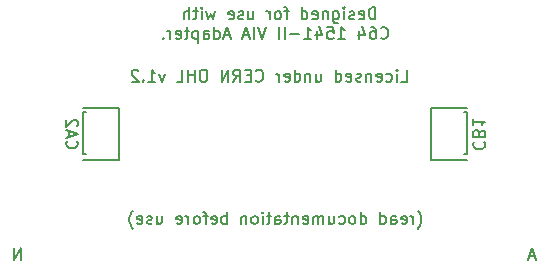
<source format=gbo>
%TF.GenerationSoftware,KiCad,Pcbnew,(5.1.8)-1*%
%TF.CreationDate,2021-04-08T16:26:30+02:00*%
%TF.ProjectId,C64 SpeedDOS Adapter,43363420-5370-4656-9564-444f53204164,rev?*%
%TF.SameCoordinates,Original*%
%TF.FileFunction,Legend,Bot*%
%TF.FilePolarity,Positive*%
%FSLAX46Y46*%
G04 Gerber Fmt 4.6, Leading zero omitted, Abs format (unit mm)*
G04 Created by KiCad (PCBNEW (5.1.8)-1) date 2021-04-08 16:26:30*
%MOMM*%
%LPD*%
G01*
G04 APERTURE LIST*
%ADD10C,0.150000*%
G04 APERTURE END LIST*
D10*
X163709428Y-99258333D02*
X163757047Y-99210714D01*
X163852285Y-99067857D01*
X163899904Y-98972619D01*
X163947523Y-98829761D01*
X163995142Y-98591666D01*
X163995142Y-98401190D01*
X163947523Y-98163095D01*
X163899904Y-98020238D01*
X163852285Y-97925000D01*
X163757047Y-97782142D01*
X163709428Y-97734523D01*
X163328476Y-98877380D02*
X163328476Y-98210714D01*
X163328476Y-98401190D02*
X163280857Y-98305952D01*
X163233238Y-98258333D01*
X163138000Y-98210714D01*
X163042761Y-98210714D01*
X162328476Y-98829761D02*
X162423714Y-98877380D01*
X162614190Y-98877380D01*
X162709428Y-98829761D01*
X162757047Y-98734523D01*
X162757047Y-98353571D01*
X162709428Y-98258333D01*
X162614190Y-98210714D01*
X162423714Y-98210714D01*
X162328476Y-98258333D01*
X162280857Y-98353571D01*
X162280857Y-98448809D01*
X162757047Y-98544047D01*
X161423714Y-98877380D02*
X161423714Y-98353571D01*
X161471333Y-98258333D01*
X161566571Y-98210714D01*
X161757047Y-98210714D01*
X161852285Y-98258333D01*
X161423714Y-98829761D02*
X161518952Y-98877380D01*
X161757047Y-98877380D01*
X161852285Y-98829761D01*
X161899904Y-98734523D01*
X161899904Y-98639285D01*
X161852285Y-98544047D01*
X161757047Y-98496428D01*
X161518952Y-98496428D01*
X161423714Y-98448809D01*
X160518952Y-98877380D02*
X160518952Y-97877380D01*
X160518952Y-98829761D02*
X160614190Y-98877380D01*
X160804666Y-98877380D01*
X160899904Y-98829761D01*
X160947523Y-98782142D01*
X160995142Y-98686904D01*
X160995142Y-98401190D01*
X160947523Y-98305952D01*
X160899904Y-98258333D01*
X160804666Y-98210714D01*
X160614190Y-98210714D01*
X160518952Y-98258333D01*
X158852285Y-98877380D02*
X158852285Y-97877380D01*
X158852285Y-98829761D02*
X158947523Y-98877380D01*
X159138000Y-98877380D01*
X159233238Y-98829761D01*
X159280857Y-98782142D01*
X159328476Y-98686904D01*
X159328476Y-98401190D01*
X159280857Y-98305952D01*
X159233238Y-98258333D01*
X159138000Y-98210714D01*
X158947523Y-98210714D01*
X158852285Y-98258333D01*
X158233238Y-98877380D02*
X158328476Y-98829761D01*
X158376095Y-98782142D01*
X158423714Y-98686904D01*
X158423714Y-98401190D01*
X158376095Y-98305952D01*
X158328476Y-98258333D01*
X158233238Y-98210714D01*
X158090380Y-98210714D01*
X157995142Y-98258333D01*
X157947523Y-98305952D01*
X157899904Y-98401190D01*
X157899904Y-98686904D01*
X157947523Y-98782142D01*
X157995142Y-98829761D01*
X158090380Y-98877380D01*
X158233238Y-98877380D01*
X157042761Y-98829761D02*
X157138000Y-98877380D01*
X157328476Y-98877380D01*
X157423714Y-98829761D01*
X157471333Y-98782142D01*
X157518952Y-98686904D01*
X157518952Y-98401190D01*
X157471333Y-98305952D01*
X157423714Y-98258333D01*
X157328476Y-98210714D01*
X157138000Y-98210714D01*
X157042761Y-98258333D01*
X156185619Y-98210714D02*
X156185619Y-98877380D01*
X156614190Y-98210714D02*
X156614190Y-98734523D01*
X156566571Y-98829761D01*
X156471333Y-98877380D01*
X156328476Y-98877380D01*
X156233238Y-98829761D01*
X156185619Y-98782142D01*
X155709428Y-98877380D02*
X155709428Y-98210714D01*
X155709428Y-98305952D02*
X155661809Y-98258333D01*
X155566571Y-98210714D01*
X155423714Y-98210714D01*
X155328476Y-98258333D01*
X155280857Y-98353571D01*
X155280857Y-98877380D01*
X155280857Y-98353571D02*
X155233238Y-98258333D01*
X155138000Y-98210714D01*
X154995142Y-98210714D01*
X154899904Y-98258333D01*
X154852285Y-98353571D01*
X154852285Y-98877380D01*
X153995142Y-98829761D02*
X154090380Y-98877380D01*
X154280857Y-98877380D01*
X154376095Y-98829761D01*
X154423714Y-98734523D01*
X154423714Y-98353571D01*
X154376095Y-98258333D01*
X154280857Y-98210714D01*
X154090380Y-98210714D01*
X153995142Y-98258333D01*
X153947523Y-98353571D01*
X153947523Y-98448809D01*
X154423714Y-98544047D01*
X153518952Y-98210714D02*
X153518952Y-98877380D01*
X153518952Y-98305952D02*
X153471333Y-98258333D01*
X153376095Y-98210714D01*
X153233238Y-98210714D01*
X153138000Y-98258333D01*
X153090380Y-98353571D01*
X153090380Y-98877380D01*
X152757047Y-98210714D02*
X152376095Y-98210714D01*
X152614190Y-97877380D02*
X152614190Y-98734523D01*
X152566571Y-98829761D01*
X152471333Y-98877380D01*
X152376095Y-98877380D01*
X151614190Y-98877380D02*
X151614190Y-98353571D01*
X151661809Y-98258333D01*
X151757047Y-98210714D01*
X151947523Y-98210714D01*
X152042761Y-98258333D01*
X151614190Y-98829761D02*
X151709428Y-98877380D01*
X151947523Y-98877380D01*
X152042761Y-98829761D01*
X152090380Y-98734523D01*
X152090380Y-98639285D01*
X152042761Y-98544047D01*
X151947523Y-98496428D01*
X151709428Y-98496428D01*
X151614190Y-98448809D01*
X151280857Y-98210714D02*
X150899904Y-98210714D01*
X151138000Y-97877380D02*
X151138000Y-98734523D01*
X151090380Y-98829761D01*
X150995142Y-98877380D01*
X150899904Y-98877380D01*
X150566571Y-98877380D02*
X150566571Y-98210714D01*
X150566571Y-97877380D02*
X150614190Y-97925000D01*
X150566571Y-97972619D01*
X150518952Y-97925000D01*
X150566571Y-97877380D01*
X150566571Y-97972619D01*
X149947523Y-98877380D02*
X150042761Y-98829761D01*
X150090380Y-98782142D01*
X150138000Y-98686904D01*
X150138000Y-98401190D01*
X150090380Y-98305952D01*
X150042761Y-98258333D01*
X149947523Y-98210714D01*
X149804666Y-98210714D01*
X149709428Y-98258333D01*
X149661809Y-98305952D01*
X149614190Y-98401190D01*
X149614190Y-98686904D01*
X149661809Y-98782142D01*
X149709428Y-98829761D01*
X149804666Y-98877380D01*
X149947523Y-98877380D01*
X149185619Y-98210714D02*
X149185619Y-98877380D01*
X149185619Y-98305952D02*
X149138000Y-98258333D01*
X149042761Y-98210714D01*
X148899904Y-98210714D01*
X148804666Y-98258333D01*
X148757047Y-98353571D01*
X148757047Y-98877380D01*
X147518952Y-98877380D02*
X147518952Y-97877380D01*
X147518952Y-98258333D02*
X147423714Y-98210714D01*
X147233238Y-98210714D01*
X147138000Y-98258333D01*
X147090380Y-98305952D01*
X147042761Y-98401190D01*
X147042761Y-98686904D01*
X147090380Y-98782142D01*
X147138000Y-98829761D01*
X147233238Y-98877380D01*
X147423714Y-98877380D01*
X147518952Y-98829761D01*
X146233238Y-98829761D02*
X146328476Y-98877380D01*
X146518952Y-98877380D01*
X146614190Y-98829761D01*
X146661809Y-98734523D01*
X146661809Y-98353571D01*
X146614190Y-98258333D01*
X146518952Y-98210714D01*
X146328476Y-98210714D01*
X146233238Y-98258333D01*
X146185619Y-98353571D01*
X146185619Y-98448809D01*
X146661809Y-98544047D01*
X145899904Y-98210714D02*
X145518952Y-98210714D01*
X145757047Y-98877380D02*
X145757047Y-98020238D01*
X145709428Y-97925000D01*
X145614190Y-97877380D01*
X145518952Y-97877380D01*
X145042761Y-98877380D02*
X145138000Y-98829761D01*
X145185619Y-98782142D01*
X145233238Y-98686904D01*
X145233238Y-98401190D01*
X145185619Y-98305952D01*
X145138000Y-98258333D01*
X145042761Y-98210714D01*
X144899904Y-98210714D01*
X144804666Y-98258333D01*
X144757047Y-98305952D01*
X144709428Y-98401190D01*
X144709428Y-98686904D01*
X144757047Y-98782142D01*
X144804666Y-98829761D01*
X144899904Y-98877380D01*
X145042761Y-98877380D01*
X144280857Y-98877380D02*
X144280857Y-98210714D01*
X144280857Y-98401190D02*
X144233238Y-98305952D01*
X144185619Y-98258333D01*
X144090380Y-98210714D01*
X143995142Y-98210714D01*
X143280857Y-98829761D02*
X143376095Y-98877380D01*
X143566571Y-98877380D01*
X143661809Y-98829761D01*
X143709428Y-98734523D01*
X143709428Y-98353571D01*
X143661809Y-98258333D01*
X143566571Y-98210714D01*
X143376095Y-98210714D01*
X143280857Y-98258333D01*
X143233238Y-98353571D01*
X143233238Y-98448809D01*
X143709428Y-98544047D01*
X141614190Y-98210714D02*
X141614190Y-98877380D01*
X142042761Y-98210714D02*
X142042761Y-98734523D01*
X141995142Y-98829761D01*
X141899904Y-98877380D01*
X141757047Y-98877380D01*
X141661809Y-98829761D01*
X141614190Y-98782142D01*
X141185619Y-98829761D02*
X141090380Y-98877380D01*
X140899904Y-98877380D01*
X140804666Y-98829761D01*
X140757047Y-98734523D01*
X140757047Y-98686904D01*
X140804666Y-98591666D01*
X140899904Y-98544047D01*
X141042761Y-98544047D01*
X141138000Y-98496428D01*
X141185619Y-98401190D01*
X141185619Y-98353571D01*
X141138000Y-98258333D01*
X141042761Y-98210714D01*
X140899904Y-98210714D01*
X140804666Y-98258333D01*
X139947523Y-98829761D02*
X140042761Y-98877380D01*
X140233238Y-98877380D01*
X140328476Y-98829761D01*
X140376095Y-98734523D01*
X140376095Y-98353571D01*
X140328476Y-98258333D01*
X140233238Y-98210714D01*
X140042761Y-98210714D01*
X139947523Y-98258333D01*
X139899904Y-98353571D01*
X139899904Y-98448809D01*
X140376095Y-98544047D01*
X139566571Y-99258333D02*
X139518952Y-99210714D01*
X139423714Y-99067857D01*
X139376095Y-98972619D01*
X139328476Y-98829761D01*
X139280857Y-98591666D01*
X139280857Y-98401190D01*
X139328476Y-98163095D01*
X139376095Y-98020238D01*
X139423714Y-97925000D01*
X139518952Y-97782142D01*
X139566571Y-97734523D01*
X162272857Y-86812380D02*
X162749047Y-86812380D01*
X162749047Y-85812380D01*
X161939523Y-86812380D02*
X161939523Y-86145714D01*
X161939523Y-85812380D02*
X161987142Y-85860000D01*
X161939523Y-85907619D01*
X161891904Y-85860000D01*
X161939523Y-85812380D01*
X161939523Y-85907619D01*
X161034761Y-86764761D02*
X161130000Y-86812380D01*
X161320476Y-86812380D01*
X161415714Y-86764761D01*
X161463333Y-86717142D01*
X161510952Y-86621904D01*
X161510952Y-86336190D01*
X161463333Y-86240952D01*
X161415714Y-86193333D01*
X161320476Y-86145714D01*
X161130000Y-86145714D01*
X161034761Y-86193333D01*
X160225238Y-86764761D02*
X160320476Y-86812380D01*
X160510952Y-86812380D01*
X160606190Y-86764761D01*
X160653809Y-86669523D01*
X160653809Y-86288571D01*
X160606190Y-86193333D01*
X160510952Y-86145714D01*
X160320476Y-86145714D01*
X160225238Y-86193333D01*
X160177619Y-86288571D01*
X160177619Y-86383809D01*
X160653809Y-86479047D01*
X159749047Y-86145714D02*
X159749047Y-86812380D01*
X159749047Y-86240952D02*
X159701428Y-86193333D01*
X159606190Y-86145714D01*
X159463333Y-86145714D01*
X159368095Y-86193333D01*
X159320476Y-86288571D01*
X159320476Y-86812380D01*
X158891904Y-86764761D02*
X158796666Y-86812380D01*
X158606190Y-86812380D01*
X158510952Y-86764761D01*
X158463333Y-86669523D01*
X158463333Y-86621904D01*
X158510952Y-86526666D01*
X158606190Y-86479047D01*
X158749047Y-86479047D01*
X158844285Y-86431428D01*
X158891904Y-86336190D01*
X158891904Y-86288571D01*
X158844285Y-86193333D01*
X158749047Y-86145714D01*
X158606190Y-86145714D01*
X158510952Y-86193333D01*
X157653809Y-86764761D02*
X157749047Y-86812380D01*
X157939523Y-86812380D01*
X158034761Y-86764761D01*
X158082380Y-86669523D01*
X158082380Y-86288571D01*
X158034761Y-86193333D01*
X157939523Y-86145714D01*
X157749047Y-86145714D01*
X157653809Y-86193333D01*
X157606190Y-86288571D01*
X157606190Y-86383809D01*
X158082380Y-86479047D01*
X156749047Y-86812380D02*
X156749047Y-85812380D01*
X156749047Y-86764761D02*
X156844285Y-86812380D01*
X157034761Y-86812380D01*
X157130000Y-86764761D01*
X157177619Y-86717142D01*
X157225238Y-86621904D01*
X157225238Y-86336190D01*
X157177619Y-86240952D01*
X157130000Y-86193333D01*
X157034761Y-86145714D01*
X156844285Y-86145714D01*
X156749047Y-86193333D01*
X155082380Y-86145714D02*
X155082380Y-86812380D01*
X155510952Y-86145714D02*
X155510952Y-86669523D01*
X155463333Y-86764761D01*
X155368095Y-86812380D01*
X155225238Y-86812380D01*
X155130000Y-86764761D01*
X155082380Y-86717142D01*
X154606190Y-86145714D02*
X154606190Y-86812380D01*
X154606190Y-86240952D02*
X154558571Y-86193333D01*
X154463333Y-86145714D01*
X154320476Y-86145714D01*
X154225238Y-86193333D01*
X154177619Y-86288571D01*
X154177619Y-86812380D01*
X153272857Y-86812380D02*
X153272857Y-85812380D01*
X153272857Y-86764761D02*
X153368095Y-86812380D01*
X153558571Y-86812380D01*
X153653809Y-86764761D01*
X153701428Y-86717142D01*
X153749047Y-86621904D01*
X153749047Y-86336190D01*
X153701428Y-86240952D01*
X153653809Y-86193333D01*
X153558571Y-86145714D01*
X153368095Y-86145714D01*
X153272857Y-86193333D01*
X152415714Y-86764761D02*
X152510952Y-86812380D01*
X152701428Y-86812380D01*
X152796666Y-86764761D01*
X152844285Y-86669523D01*
X152844285Y-86288571D01*
X152796666Y-86193333D01*
X152701428Y-86145714D01*
X152510952Y-86145714D01*
X152415714Y-86193333D01*
X152368095Y-86288571D01*
X152368095Y-86383809D01*
X152844285Y-86479047D01*
X151939523Y-86812380D02*
X151939523Y-86145714D01*
X151939523Y-86336190D02*
X151891904Y-86240952D01*
X151844285Y-86193333D01*
X151749047Y-86145714D01*
X151653809Y-86145714D01*
X149987142Y-86717142D02*
X150034761Y-86764761D01*
X150177619Y-86812380D01*
X150272857Y-86812380D01*
X150415714Y-86764761D01*
X150510952Y-86669523D01*
X150558571Y-86574285D01*
X150606190Y-86383809D01*
X150606190Y-86240952D01*
X150558571Y-86050476D01*
X150510952Y-85955238D01*
X150415714Y-85860000D01*
X150272857Y-85812380D01*
X150177619Y-85812380D01*
X150034761Y-85860000D01*
X149987142Y-85907619D01*
X149558571Y-86288571D02*
X149225238Y-86288571D01*
X149082380Y-86812380D02*
X149558571Y-86812380D01*
X149558571Y-85812380D01*
X149082380Y-85812380D01*
X148082380Y-86812380D02*
X148415714Y-86336190D01*
X148653809Y-86812380D02*
X148653809Y-85812380D01*
X148272857Y-85812380D01*
X148177619Y-85860000D01*
X148130000Y-85907619D01*
X148082380Y-86002857D01*
X148082380Y-86145714D01*
X148130000Y-86240952D01*
X148177619Y-86288571D01*
X148272857Y-86336190D01*
X148653809Y-86336190D01*
X147653809Y-86812380D02*
X147653809Y-85812380D01*
X147082380Y-86812380D01*
X147082380Y-85812380D01*
X145653809Y-85812380D02*
X145463333Y-85812380D01*
X145368095Y-85860000D01*
X145272857Y-85955238D01*
X145225238Y-86145714D01*
X145225238Y-86479047D01*
X145272857Y-86669523D01*
X145368095Y-86764761D01*
X145463333Y-86812380D01*
X145653809Y-86812380D01*
X145749047Y-86764761D01*
X145844285Y-86669523D01*
X145891904Y-86479047D01*
X145891904Y-86145714D01*
X145844285Y-85955238D01*
X145749047Y-85860000D01*
X145653809Y-85812380D01*
X144796666Y-86812380D02*
X144796666Y-85812380D01*
X144796666Y-86288571D02*
X144225238Y-86288571D01*
X144225238Y-86812380D02*
X144225238Y-85812380D01*
X143272857Y-86812380D02*
X143749047Y-86812380D01*
X143749047Y-85812380D01*
X142272857Y-86145714D02*
X142034761Y-86812380D01*
X141796666Y-86145714D01*
X140891904Y-86812380D02*
X141463333Y-86812380D01*
X141177619Y-86812380D02*
X141177619Y-85812380D01*
X141272857Y-85955238D01*
X141368095Y-86050476D01*
X141463333Y-86098095D01*
X140463333Y-86717142D02*
X140415714Y-86764761D01*
X140463333Y-86812380D01*
X140510952Y-86764761D01*
X140463333Y-86717142D01*
X140463333Y-86812380D01*
X140034761Y-85907619D02*
X139987142Y-85860000D01*
X139891904Y-85812380D01*
X139653809Y-85812380D01*
X139558571Y-85860000D01*
X139510952Y-85907619D01*
X139463333Y-86002857D01*
X139463333Y-86098095D01*
X139510952Y-86240952D01*
X140082380Y-86812380D01*
X139463333Y-86812380D01*
X160114190Y-81542380D02*
X160114190Y-80542380D01*
X159876095Y-80542380D01*
X159733238Y-80590000D01*
X159638000Y-80685238D01*
X159590380Y-80780476D01*
X159542761Y-80970952D01*
X159542761Y-81113809D01*
X159590380Y-81304285D01*
X159638000Y-81399523D01*
X159733238Y-81494761D01*
X159876095Y-81542380D01*
X160114190Y-81542380D01*
X158733238Y-81494761D02*
X158828476Y-81542380D01*
X159018952Y-81542380D01*
X159114190Y-81494761D01*
X159161809Y-81399523D01*
X159161809Y-81018571D01*
X159114190Y-80923333D01*
X159018952Y-80875714D01*
X158828476Y-80875714D01*
X158733238Y-80923333D01*
X158685619Y-81018571D01*
X158685619Y-81113809D01*
X159161809Y-81209047D01*
X158304666Y-81494761D02*
X158209428Y-81542380D01*
X158018952Y-81542380D01*
X157923714Y-81494761D01*
X157876095Y-81399523D01*
X157876095Y-81351904D01*
X157923714Y-81256666D01*
X158018952Y-81209047D01*
X158161809Y-81209047D01*
X158257047Y-81161428D01*
X158304666Y-81066190D01*
X158304666Y-81018571D01*
X158257047Y-80923333D01*
X158161809Y-80875714D01*
X158018952Y-80875714D01*
X157923714Y-80923333D01*
X157447523Y-81542380D02*
X157447523Y-80875714D01*
X157447523Y-80542380D02*
X157495142Y-80590000D01*
X157447523Y-80637619D01*
X157399904Y-80590000D01*
X157447523Y-80542380D01*
X157447523Y-80637619D01*
X156542761Y-80875714D02*
X156542761Y-81685238D01*
X156590380Y-81780476D01*
X156638000Y-81828095D01*
X156733238Y-81875714D01*
X156876095Y-81875714D01*
X156971333Y-81828095D01*
X156542761Y-81494761D02*
X156638000Y-81542380D01*
X156828476Y-81542380D01*
X156923714Y-81494761D01*
X156971333Y-81447142D01*
X157018952Y-81351904D01*
X157018952Y-81066190D01*
X156971333Y-80970952D01*
X156923714Y-80923333D01*
X156828476Y-80875714D01*
X156638000Y-80875714D01*
X156542761Y-80923333D01*
X156066571Y-80875714D02*
X156066571Y-81542380D01*
X156066571Y-80970952D02*
X156018952Y-80923333D01*
X155923714Y-80875714D01*
X155780857Y-80875714D01*
X155685619Y-80923333D01*
X155638000Y-81018571D01*
X155638000Y-81542380D01*
X154780857Y-81494761D02*
X154876095Y-81542380D01*
X155066571Y-81542380D01*
X155161809Y-81494761D01*
X155209428Y-81399523D01*
X155209428Y-81018571D01*
X155161809Y-80923333D01*
X155066571Y-80875714D01*
X154876095Y-80875714D01*
X154780857Y-80923333D01*
X154733238Y-81018571D01*
X154733238Y-81113809D01*
X155209428Y-81209047D01*
X153876095Y-81542380D02*
X153876095Y-80542380D01*
X153876095Y-81494761D02*
X153971333Y-81542380D01*
X154161809Y-81542380D01*
X154257047Y-81494761D01*
X154304666Y-81447142D01*
X154352285Y-81351904D01*
X154352285Y-81066190D01*
X154304666Y-80970952D01*
X154257047Y-80923333D01*
X154161809Y-80875714D01*
X153971333Y-80875714D01*
X153876095Y-80923333D01*
X152780857Y-80875714D02*
X152399904Y-80875714D01*
X152638000Y-81542380D02*
X152638000Y-80685238D01*
X152590380Y-80590000D01*
X152495142Y-80542380D01*
X152399904Y-80542380D01*
X151923714Y-81542380D02*
X152018952Y-81494761D01*
X152066571Y-81447142D01*
X152114190Y-81351904D01*
X152114190Y-81066190D01*
X152066571Y-80970952D01*
X152018952Y-80923333D01*
X151923714Y-80875714D01*
X151780857Y-80875714D01*
X151685619Y-80923333D01*
X151638000Y-80970952D01*
X151590380Y-81066190D01*
X151590380Y-81351904D01*
X151638000Y-81447142D01*
X151685619Y-81494761D01*
X151780857Y-81542380D01*
X151923714Y-81542380D01*
X151161809Y-81542380D02*
X151161809Y-80875714D01*
X151161809Y-81066190D02*
X151114190Y-80970952D01*
X151066571Y-80923333D01*
X150971333Y-80875714D01*
X150876095Y-80875714D01*
X149352285Y-80875714D02*
X149352285Y-81542380D01*
X149780857Y-80875714D02*
X149780857Y-81399523D01*
X149733238Y-81494761D01*
X149638000Y-81542380D01*
X149495142Y-81542380D01*
X149399904Y-81494761D01*
X149352285Y-81447142D01*
X148923714Y-81494761D02*
X148828476Y-81542380D01*
X148638000Y-81542380D01*
X148542761Y-81494761D01*
X148495142Y-81399523D01*
X148495142Y-81351904D01*
X148542761Y-81256666D01*
X148638000Y-81209047D01*
X148780857Y-81209047D01*
X148876095Y-81161428D01*
X148923714Y-81066190D01*
X148923714Y-81018571D01*
X148876095Y-80923333D01*
X148780857Y-80875714D01*
X148638000Y-80875714D01*
X148542761Y-80923333D01*
X147685619Y-81494761D02*
X147780857Y-81542380D01*
X147971333Y-81542380D01*
X148066571Y-81494761D01*
X148114190Y-81399523D01*
X148114190Y-81018571D01*
X148066571Y-80923333D01*
X147971333Y-80875714D01*
X147780857Y-80875714D01*
X147685619Y-80923333D01*
X147638000Y-81018571D01*
X147638000Y-81113809D01*
X148114190Y-81209047D01*
X146542761Y-80875714D02*
X146352285Y-81542380D01*
X146161809Y-81066190D01*
X145971333Y-81542380D01*
X145780857Y-80875714D01*
X145399904Y-81542380D02*
X145399904Y-80875714D01*
X145399904Y-80542380D02*
X145447523Y-80590000D01*
X145399904Y-80637619D01*
X145352285Y-80590000D01*
X145399904Y-80542380D01*
X145399904Y-80637619D01*
X145066571Y-80875714D02*
X144685619Y-80875714D01*
X144923714Y-80542380D02*
X144923714Y-81399523D01*
X144876095Y-81494761D01*
X144780857Y-81542380D01*
X144685619Y-81542380D01*
X144352285Y-81542380D02*
X144352285Y-80542380D01*
X143923714Y-81542380D02*
X143923714Y-81018571D01*
X143971333Y-80923333D01*
X144066571Y-80875714D01*
X144209428Y-80875714D01*
X144304666Y-80923333D01*
X144352285Y-80970952D01*
X160566571Y-83097142D02*
X160614190Y-83144761D01*
X160757047Y-83192380D01*
X160852285Y-83192380D01*
X160995142Y-83144761D01*
X161090380Y-83049523D01*
X161138000Y-82954285D01*
X161185619Y-82763809D01*
X161185619Y-82620952D01*
X161138000Y-82430476D01*
X161090380Y-82335238D01*
X160995142Y-82240000D01*
X160852285Y-82192380D01*
X160757047Y-82192380D01*
X160614190Y-82240000D01*
X160566571Y-82287619D01*
X159709428Y-82192380D02*
X159899904Y-82192380D01*
X159995142Y-82240000D01*
X160042761Y-82287619D01*
X160138000Y-82430476D01*
X160185619Y-82620952D01*
X160185619Y-83001904D01*
X160138000Y-83097142D01*
X160090380Y-83144761D01*
X159995142Y-83192380D01*
X159804666Y-83192380D01*
X159709428Y-83144761D01*
X159661809Y-83097142D01*
X159614190Y-83001904D01*
X159614190Y-82763809D01*
X159661809Y-82668571D01*
X159709428Y-82620952D01*
X159804666Y-82573333D01*
X159995142Y-82573333D01*
X160090380Y-82620952D01*
X160138000Y-82668571D01*
X160185619Y-82763809D01*
X158757047Y-82525714D02*
X158757047Y-83192380D01*
X158995142Y-82144761D02*
X159233238Y-82859047D01*
X158614190Y-82859047D01*
X156947523Y-83192380D02*
X157518952Y-83192380D01*
X157233238Y-83192380D02*
X157233238Y-82192380D01*
X157328476Y-82335238D01*
X157423714Y-82430476D01*
X157518952Y-82478095D01*
X156042761Y-82192380D02*
X156518952Y-82192380D01*
X156566571Y-82668571D01*
X156518952Y-82620952D01*
X156423714Y-82573333D01*
X156185619Y-82573333D01*
X156090380Y-82620952D01*
X156042761Y-82668571D01*
X155995142Y-82763809D01*
X155995142Y-83001904D01*
X156042761Y-83097142D01*
X156090380Y-83144761D01*
X156185619Y-83192380D01*
X156423714Y-83192380D01*
X156518952Y-83144761D01*
X156566571Y-83097142D01*
X155138000Y-82525714D02*
X155138000Y-83192380D01*
X155376095Y-82144761D02*
X155614190Y-82859047D01*
X154995142Y-82859047D01*
X154090380Y-83192380D02*
X154661809Y-83192380D01*
X154376095Y-83192380D02*
X154376095Y-82192380D01*
X154471333Y-82335238D01*
X154566571Y-82430476D01*
X154661809Y-82478095D01*
X153661809Y-82811428D02*
X152899904Y-82811428D01*
X152423714Y-83192380D02*
X152423714Y-82192380D01*
X151947523Y-83192380D02*
X151947523Y-82192380D01*
X150852285Y-82192380D02*
X150518952Y-83192380D01*
X150185619Y-82192380D01*
X149852285Y-83192380D02*
X149852285Y-82192380D01*
X149423714Y-82906666D02*
X148947523Y-82906666D01*
X149518952Y-83192380D02*
X149185619Y-82192380D01*
X148852285Y-83192380D01*
X147804666Y-82906666D02*
X147328476Y-82906666D01*
X147899904Y-83192380D02*
X147566571Y-82192380D01*
X147233238Y-83192380D01*
X146471333Y-83192380D02*
X146471333Y-82192380D01*
X146471333Y-83144761D02*
X146566571Y-83192380D01*
X146757047Y-83192380D01*
X146852285Y-83144761D01*
X146899904Y-83097142D01*
X146947523Y-83001904D01*
X146947523Y-82716190D01*
X146899904Y-82620952D01*
X146852285Y-82573333D01*
X146757047Y-82525714D01*
X146566571Y-82525714D01*
X146471333Y-82573333D01*
X145566571Y-83192380D02*
X145566571Y-82668571D01*
X145614190Y-82573333D01*
X145709428Y-82525714D01*
X145899904Y-82525714D01*
X145995142Y-82573333D01*
X145566571Y-83144761D02*
X145661809Y-83192380D01*
X145899904Y-83192380D01*
X145995142Y-83144761D01*
X146042761Y-83049523D01*
X146042761Y-82954285D01*
X145995142Y-82859047D01*
X145899904Y-82811428D01*
X145661809Y-82811428D01*
X145566571Y-82763809D01*
X145090380Y-82525714D02*
X145090380Y-83525714D01*
X145090380Y-82573333D02*
X144995142Y-82525714D01*
X144804666Y-82525714D01*
X144709428Y-82573333D01*
X144661809Y-82620952D01*
X144614190Y-82716190D01*
X144614190Y-83001904D01*
X144661809Y-83097142D01*
X144709428Y-83144761D01*
X144804666Y-83192380D01*
X144995142Y-83192380D01*
X145090380Y-83144761D01*
X144328476Y-82525714D02*
X143947523Y-82525714D01*
X144185619Y-82192380D02*
X144185619Y-83049523D01*
X144138000Y-83144761D01*
X144042761Y-83192380D01*
X143947523Y-83192380D01*
X143233238Y-83144761D02*
X143328476Y-83192380D01*
X143518952Y-83192380D01*
X143614190Y-83144761D01*
X143661809Y-83049523D01*
X143661809Y-82668571D01*
X143614190Y-82573333D01*
X143518952Y-82525714D01*
X143328476Y-82525714D01*
X143233238Y-82573333D01*
X143185619Y-82668571D01*
X143185619Y-82763809D01*
X143661809Y-82859047D01*
X142757047Y-83192380D02*
X142757047Y-82525714D01*
X142757047Y-82716190D02*
X142709428Y-82620952D01*
X142661809Y-82573333D01*
X142566571Y-82525714D01*
X142471333Y-82525714D01*
X142138000Y-83097142D02*
X142090380Y-83144761D01*
X142138000Y-83192380D01*
X142185619Y-83144761D01*
X142138000Y-83097142D01*
X142138000Y-83192380D01*
%TO.C,JP1*%
X138430000Y-93472000D02*
X135382000Y-93472000D01*
X135636000Y-89408000D02*
X135382000Y-89408000D01*
X135382000Y-89027000D02*
X138430000Y-89027000D01*
X135382000Y-92964000D02*
X135382000Y-89408000D01*
X138430000Y-89027000D02*
X138430000Y-93472000D01*
X135636000Y-92964000D02*
X135382000Y-92964000D01*
%TO.C,JP2*%
X164846000Y-89027000D02*
X164846000Y-93472000D01*
X164846000Y-89027000D02*
X167894000Y-89027000D01*
X167894000Y-93472000D02*
X164846000Y-93472000D01*
X167640000Y-89408000D02*
X167894000Y-89408000D01*
X167894000Y-89408000D02*
X167894000Y-92964000D01*
X167640000Y-92964000D02*
X167894000Y-92964000D01*
%TO.C,J1*%
X130080714Y-101902380D02*
X130080714Y-100902380D01*
X129509285Y-101902380D01*
X129509285Y-100902380D01*
X173593095Y-101616666D02*
X173116904Y-101616666D01*
X173688333Y-101902380D02*
X173355000Y-100902380D01*
X173021666Y-101902380D01*
%TO.C,JP1*%
X134008857Y-91844738D02*
X133961238Y-91892357D01*
X133913619Y-92035214D01*
X133913619Y-92130452D01*
X133961238Y-92273309D01*
X134056476Y-92368547D01*
X134151714Y-92416166D01*
X134342190Y-92463785D01*
X134485047Y-92463785D01*
X134675523Y-92416166D01*
X134770761Y-92368547D01*
X134866000Y-92273309D01*
X134913619Y-92130452D01*
X134913619Y-92035214D01*
X134866000Y-91892357D01*
X134818380Y-91844738D01*
X134199333Y-91463785D02*
X134199333Y-90987595D01*
X133913619Y-91559023D02*
X134913619Y-91225690D01*
X133913619Y-90892357D01*
X134818380Y-90606642D02*
X134866000Y-90559023D01*
X134913619Y-90463785D01*
X134913619Y-90225690D01*
X134866000Y-90130452D01*
X134818380Y-90082833D01*
X134723142Y-90035214D01*
X134627904Y-90035214D01*
X134485047Y-90082833D01*
X133913619Y-90654261D01*
X133913619Y-90035214D01*
%TO.C,JP2*%
X168489357Y-91916166D02*
X168441738Y-91963785D01*
X168394119Y-92106642D01*
X168394119Y-92201880D01*
X168441738Y-92344738D01*
X168536976Y-92439976D01*
X168632214Y-92487595D01*
X168822690Y-92535214D01*
X168965547Y-92535214D01*
X169156023Y-92487595D01*
X169251261Y-92439976D01*
X169346500Y-92344738D01*
X169394119Y-92201880D01*
X169394119Y-92106642D01*
X169346500Y-91963785D01*
X169298880Y-91916166D01*
X168917928Y-91154261D02*
X168870309Y-91011404D01*
X168822690Y-90963785D01*
X168727452Y-90916166D01*
X168584595Y-90916166D01*
X168489357Y-90963785D01*
X168441738Y-91011404D01*
X168394119Y-91106642D01*
X168394119Y-91487595D01*
X169394119Y-91487595D01*
X169394119Y-91154261D01*
X169346500Y-91059023D01*
X169298880Y-91011404D01*
X169203642Y-90963785D01*
X169108404Y-90963785D01*
X169013166Y-91011404D01*
X168965547Y-91059023D01*
X168917928Y-91154261D01*
X168917928Y-91487595D01*
X168394119Y-89963785D02*
X168394119Y-90535214D01*
X168394119Y-90249500D02*
X169394119Y-90249500D01*
X169251261Y-90344738D01*
X169156023Y-90439976D01*
X169108404Y-90535214D01*
%TD*%
M02*

</source>
